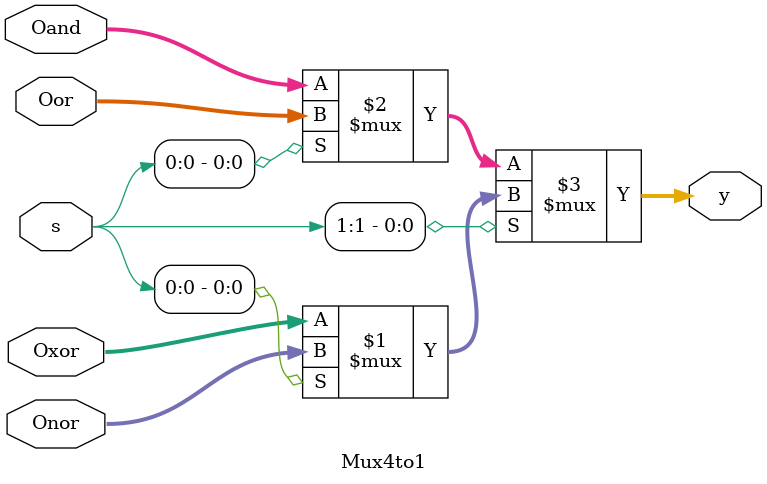
<source format=v>
`timescale 1ns / 1ps


module Mux4to1(input  [31:0] Onor, Oxor, Oor, Oand, input [1:0] s,
output [31:0] y);

assign y=s[1] ? (s[0] ? Onor : Oxor) : (s[0] ? Oor : Oand);

endmodule

</source>
